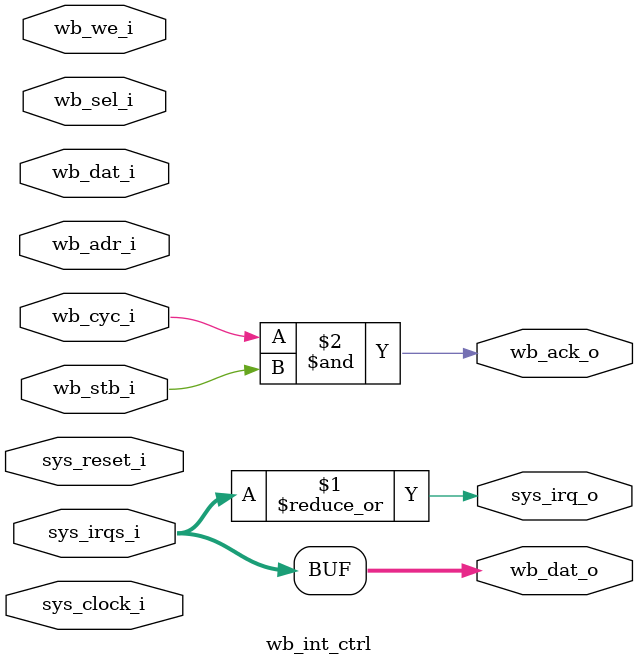
<source format=v>
/*
 * Interrupt Controller with Wishbone Slave Interface
 */

module wb_int_ctrl (

    // System
    input sys_clock_i,            // System Clock
    input sys_reset_i,            // System Reset

    // Interrupts
    input[31:0] sys_irqs_i,       // Input IRQs
    output sys_irq_o,             // Output IRQ

    // Wishbone slave interface
    input wb_cyc_i,
    input wb_stb_i,
    input wb_we_i,
    input[3:0] wb_sel_i,
    input[31:0] wb_adr_i,
    input[31:0] wb_dat_i,
    output wb_ack_o,
    output[31:0] wb_dat_o

  );

  assign sys_irq_o = (|sys_irqs_i);  // Unary OR reduction operator
  assign wb_ack_o = (wb_cyc_i & wb_stb_i);
  assign wb_dat_o = sys_irqs_i;

endmodule



</source>
